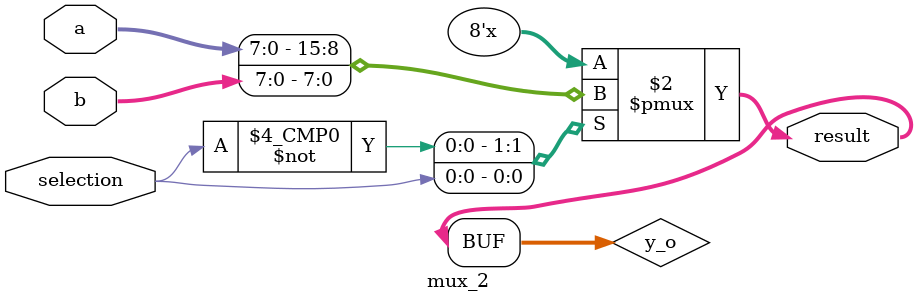
<source format=sv>
/**
 * Multiplexer 2-1 module.
 *
 * Parameters:
 *     N       - number of bits.
 *
 * Inputs:
 *     a       	  - first input.
 *     b       	  - second input.
 *     selection  - Selection Input.
 *
 * Outputs:
 *     result   - Selection Result.
 *
 */
module mux_2 #(parameter N=8) (
	input [N-1:0] a, b, 
	input  selection, 
	output [N-1:0] result);
	
	logic [N-1:0] y_o;
	always_comb
	case(selection)
		1'b0:   y_o = a ;
		1'b1:   y_o = b ;
		
		default: y_o = 8'bz;
	endcase
	
	assign result = y_o;
	 
endmodule

</source>
